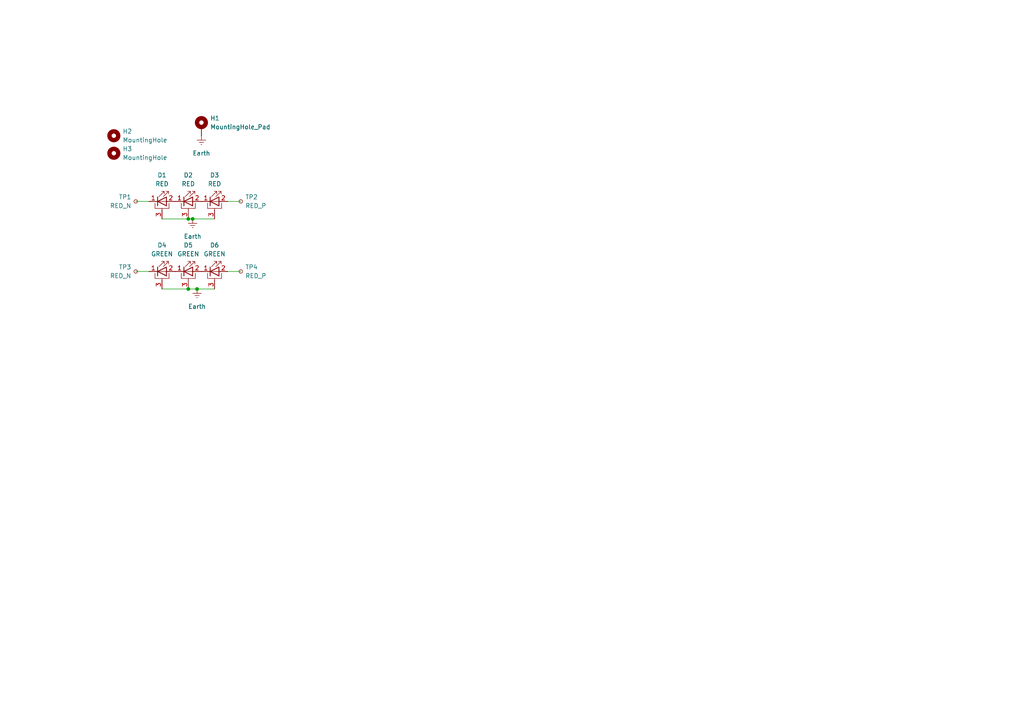
<source format=kicad_sch>
(kicad_sch (version 20231120) (generator "eeschema") (generator_version "8.0")
  (paper "A4")
  (title_block (title "TL_TSSI") (date "2025-05-30") (rev "1.0") (company "NTURacing") (comment 1 "Jack Kuo"))
  (lib_symbols
    (symbol "Connector:TestPoint_Small" (pin_numbers hide) (pin_names (offset 0.762) hide)
      (property "Reference" "TP" (at 0 3.81 0))
      (property "Value" "TestPoint_Small" (at 0 2.032 0))
      (symbol "TestPoint_Small_0_1"
        (circle (center 0 0) (radius 0.508))
      )
      (symbol "TestPoint_Small_1_1"
        (pin passive line (at 0 0 90) (length 0) (name "1") (number "1"))
      )
    )
    (symbol "Device:LED_Pad" (pin_names (offset 1.016) hide)
      (property "Reference" "D" (at 0 5.715 0))
      (property "Value" "LED_Pad" (at 0 3.81 0))
      (symbol "LED_Pad_0_1"
        (polyline (pts (xy -1.27 -1.27) (xy -1.27 1.27)) (stroke (width 0.254)))
        (polyline (pts (xy -1.27 0) (xy 1.27 0)))
        (polyline (pts (xy 0 -2.54) (xy 0 -2.032)))
        (polyline (pts (xy -2.032 -0.508) (xy -2.032 -2.032) (xy 2.032 -2.032) (xy 2.032 -0.508)))
        (polyline (pts (xy 1.27 -1.27) (xy 1.27 1.27) (xy -1.27 0) (xy 1.27 -1.27)) (stroke (width 0.254)))
        (polyline (pts (xy -0.889 1.397) (xy 0.635 2.921) (xy -0.127 2.921) (xy 0.635 2.921) (xy 0.635 2.159)))
        (polyline (pts (xy 0.381 1.397) (xy 1.905 2.921) (xy 1.143 2.921) (xy 1.905 2.921) (xy 1.905 2.159)))
      )
      (symbol "LED_Pad_1_1"
        (pin passive line (at -3.81 0 0) (length 2.54) (name "K") (number "1"))
        (pin passive line (at 3.81 0 180) (length 2.54) (name "A") (number "2"))
        (pin passive line (at 0 -5.08 90) (length 2.54) (name "PAD") (number "3"))
      )
    )
    (symbol "Mechanical:MountingHole" (pin_names (offset 1.016)) (exclude_from_sim yes) (in_bom no)
      (property "Reference" "H" (at 0 5.08 0))
      (property "Value" "MountingHole" (at 0 3.175 0))
      (symbol "MountingHole_0_1"
        (circle (center 0 0) (radius 1.27) (stroke (width 1.27)))
      )
    )
    (symbol "Mechanical:MountingHole_Pad" (pin_numbers hide) (pin_names (offset 1.016) hide) (exclude_from_sim yes) (in_bom no)
      (property "Reference" "H" (at 0 6.35 0))
      (property "Value" "MountingHole_Pad" (at 0 4.445 0))
      (symbol "MountingHole_Pad_0_1"
        (circle (center 0 1.27) (radius 1.27) (stroke (width 1.27)))
      )
      (symbol "MountingHole_Pad_1_1"
        (pin input line (at 0 -2.54 90) (length 2.54) (name "1") (number "1"))
      )
    )
    (symbol "power:Earth" (power) (pin_numbers hide) (pin_names (offset 0) hide)
      (property "Value" "Earth" (at 0 -3.81 0))
      (symbol "Earth_0_1"
        (polyline (pts (xy -0.635 -1.905) (xy 0.635 -1.905)))
        (polyline (pts (xy -0.127 -2.54) (xy 0.127 -2.54)))
        (polyline (pts (xy 0 -1.27) (xy 0 0)))
        (polyline (pts (xy 1.27 -1.27) (xy -1.27 -1.27)))
      )
      (symbol "Earth_1_1"
        (pin power_in line (at 0 0 270) (length 0) (name "~") (number "1"))
      )
    )
  )
  (junction (at 55.88 63.5))
  (junction (at 57.15 83.82))
  (junction (at 54.61 63.5))
  (junction (at 54.61 83.82))
  (wire (pts (xy 46.99 83.82) (xy 54.61 83.82)))
  (wire (pts (xy 55.88 63.5) (xy 62.23 63.5)))
  (wire (pts (xy 69.85 58.42) (xy 66.04 58.42)))
  (wire (pts (xy 39.37 78.74) (xy 43.18 78.74)))
  (wire (pts (xy 54.61 63.5) (xy 55.88 63.5)))
  (wire (pts (xy 54.61 83.82) (xy 57.15 83.82)))
  (wire (pts (xy 39.37 58.42) (xy 43.18 58.42)))
  (wire (pts (xy 46.99 63.5) (xy 54.61 63.5)))
  (wire (pts (xy 57.15 83.82) (xy 62.23 83.82)))
  (wire (pts (xy 69.85 78.74) (xy 66.04 78.74)))
  (symbol (lib_id "Device:LED_Pad") (at 62.23 58.42 0) (unit 1)
    (property "Reference" "D3" (at 62.23 50.8 0))
    (property "Value" "RED" (at 62.23 53.34 0))
    (property "Footprint" "LED_SMD:LED_1W_3W_R8" (effects (hide yes)))
    (property "Description" "Light emitting diode with pad" (effects (hide yes)))
  )
  (symbol (lib_id "Connector:TestPoint_Small") (at 39.37 78.74 0) (unit 1)
    (property "Reference" "TP3" (at 38.1 77.4699 0) (effects (justify right)))
    (property "Value" "RED_N" (at 38.1 80.0099 0) (effects (justify right)))
    (property "Footprint" "TestPoint:TestPoint_Pad_4.0x4.0mm" (effects (hide yes)))
    (property "Description" "test point" (effects (hide yes)))
  )
  (symbol (lib_id "Device:LED_Pad") (at 62.23 78.74 0) (unit 1)
    (property "Reference" "D6" (at 62.23 71.12 0))
    (property "Value" "GREEN" (at 62.23 73.66 0))
    (property "Footprint" "LED_SMD:LED_1W_3W_R8" (effects (hide yes)))
    (property "Description" "Light emitting diode with pad" (effects (hide yes)))
  )
  (symbol (lib_id "Connector:TestPoint_Small") (at 39.37 58.42 0) (unit 1)
    (property "Reference" "TP1" (at 38.1 57.1499 0) (effects (justify right)))
    (property "Value" "RED_N" (at 38.1 59.6899 0) (effects (justify right)))
    (property "Footprint" "TestPoint:TestPoint_Pad_4.0x4.0mm" (effects (hide yes)))
    (property "Description" "test point" (effects (hide yes)))
  )
  (symbol (lib_id "power:Earth") (at 57.15 83.82 0) (unit 1)
    (property "Reference" "#PWR02" (effects (hide yes)))
    (property "Value" "Earth" (at 57.15 88.9 0))
    (property "Description" "Power symbol creates a global label with name \"Earth\"" (effects (hide yes)))
  )
  (symbol (lib_id "Device:LED_Pad") (at 46.99 58.42 0) (unit 1)
    (property "Reference" "D1" (at 46.99 50.8 0))
    (property "Value" "RED" (at 46.99 53.34 0))
    (property "Footprint" "LED_SMD:LED_1W_3W_R8" (effects (hide yes)))
    (property "Description" "Light emitting diode with pad" (effects (hide yes)))
  )
  (symbol (lib_id "Mechanical:MountingHole") (at 33.02 44.45 0) (unit 1) (exclude_from_sim yes) (in_bom no)
    (property "Reference" "H3" (at 35.56 43.1799 0) (effects (justify left)))
    (property "Value" "MountingHole" (at 35.56 45.7199 0) (effects (justify left)))
    (property "Description" "Mounting Hole without connection" (effects (hide yes)))
  )
  (symbol (lib_id "Connector:TestPoint_Small") (at 69.85 78.74 0) (mirror y) (unit 1)
    (property "Reference" "TP4" (at 71.12 77.4699 0) (effects (justify right)))
    (property "Value" "RED_P" (at 71.12 80.0099 0) (effects (justify right)))
    (property "Footprint" "TestPoint:TestPoint_Pad_4.0x4.0mm" (effects (hide yes)))
    (property "Description" "test point" (effects (hide yes)))
  )
  (symbol (lib_id "Mechanical:MountingHole") (at 33.02 39.37 0) (unit 1) (exclude_from_sim yes) (in_bom no)
    (property "Reference" "H2" (at 35.56 38.0999 0) (effects (justify left)))
    (property "Value" "MountingHole" (at 35.56 40.6399 0) (effects (justify left)))
    (property "Description" "Mounting Hole without connection" (effects (hide yes)))
  )
  (symbol (lib_id "power:Earth") (at 58.42 39.37 0) (unit 1)
    (property "Reference" "#PWR03" (effects (hide yes)))
    (property "Value" "Earth" (at 58.42 44.45 0))
    (property "Description" "Power symbol creates a global label with name \"Earth\"" (effects (hide yes)))
  )
  (symbol (lib_id "Mechanical:MountingHole_Pad") (at 58.42 36.83 0) (unit 1) (exclude_from_sim yes) (in_bom no)
    (property "Reference" "H1" (at 60.96 34.2899 0) (effects (justify left)))
    (property "Value" "MountingHole_Pad" (at 60.96 36.8299 0) (effects (justify left)))
    (property "Footprint" "MountingHole:MountingHole_6.4mm_M6_Pad_Via" (effects (hide yes)))
    (property "Description" "Mounting Hole with connection" (effects (hide yes)))
  )
  (symbol (lib_id "Device:LED_Pad") (at 54.61 58.42 0) (unit 1)
    (property "Reference" "D2" (at 54.61 50.8 0))
    (property "Value" "RED" (at 54.61 53.34 0))
    (property "Footprint" "LED_SMD:LED_1W_3W_R8" (effects (hide yes)))
    (property "Description" "Light emitting diode with pad" (effects (hide yes)))
  )
  (symbol (lib_id "Connector:TestPoint_Small") (at 69.85 58.42 0) (mirror y) (unit 1)
    (property "Reference" "TP2" (at 71.12 57.1499 0) (effects (justify right)))
    (property "Value" "RED_P" (at 71.12 59.6899 0) (effects (justify right)))
    (property "Footprint" "TestPoint:TestPoint_Pad_4.0x4.0mm" (effects (hide yes)))
    (property "Description" "test point" (effects (hide yes)))
  )
  (symbol (lib_id "power:Earth") (at 55.88 63.5 0) (unit 1)
    (property "Reference" "#PWR01" (effects (hide yes)))
    (property "Value" "Earth" (at 55.88 68.58 0))
    (property "Description" "Power symbol creates a global label with name \"Earth\"" (effects (hide yes)))
  )
  (symbol (lib_id "Device:LED_Pad") (at 46.99 78.74 0) (unit 1)
    (property "Reference" "D4" (at 46.99 71.12 0))
    (property "Value" "GREEN" (at 46.99 73.66 0))
    (property "Footprint" "LED_SMD:LED_1W_3W_R8" (effects (hide yes)))
    (property "Description" "Light emitting diode with pad" (effects (hide yes)))
  )
  (symbol (lib_id "Device:LED_Pad") (at 54.61 78.74 0) (unit 1)
    (property "Reference" "D5" (at 54.61 71.12 0))
    (property "Value" "GREEN" (at 54.61 73.66 0))
    (property "Footprint" "LED_SMD:LED_1W_3W_R8" (effects (hide yes)))
    (property "Description" "Light emitting diode with pad" (effects (hide yes)))
  )
)
</source>
